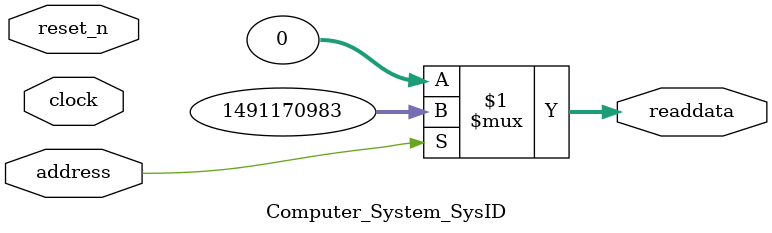
<source format=v>



// synthesis translate_off
`timescale 1ns / 1ps
// synthesis translate_on

// turn off superfluous verilog processor warnings 
// altera message_level Level1 
// altera message_off 10034 10035 10036 10037 10230 10240 10030 

module Computer_System_SysID (
               // inputs:
                address,
                clock,
                reset_n,

               // outputs:
                readdata
             )
;

  output  [ 31: 0] readdata;
  input            address;
  input            clock;
  input            reset_n;

  wire    [ 31: 0] readdata;
  //control_slave, which is an e_avalon_slave
  assign readdata = address ? 1491170983 : 0;

endmodule



</source>
